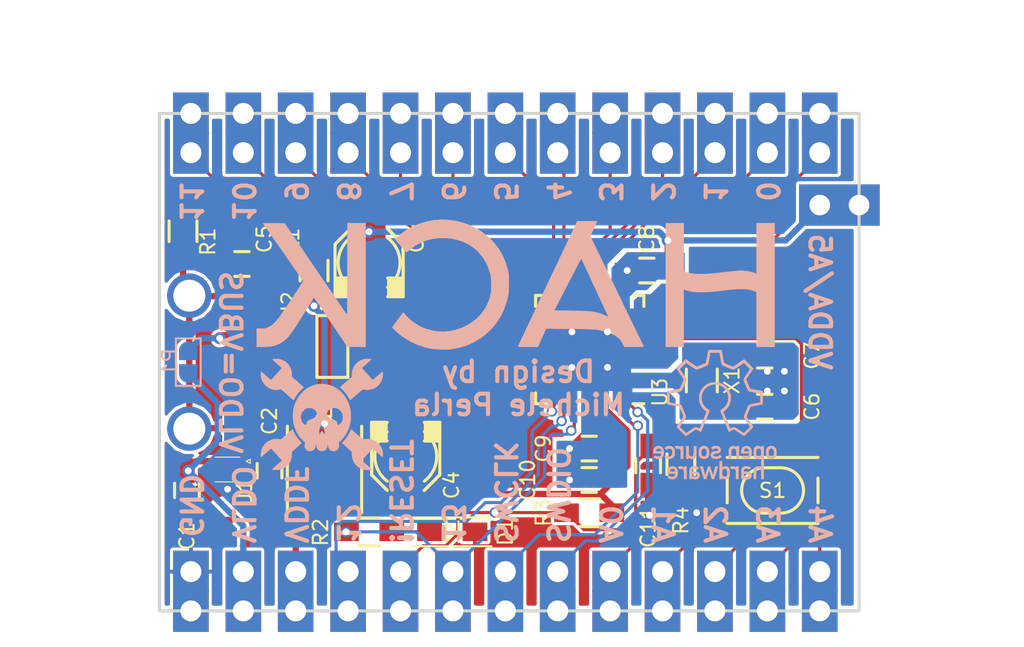
<source format=kicad_pcb>
(kicad_pcb (version 4) (host pcbnew 4.0.1-3.201512202202+6198~38~ubuntu15.04.1-stable)
  (layers (0 F.Cu signal) (31 B.Cu signal) (34 B.Paste user) (35 F.Paste user) (36 B.SilkS user) (37 F.SilkS user) (38 B.Mask user) (39 F.Mask user) (44 Edge.Cuts user))
  (net 0 "")
  (net 1 GND)
  (net 2 XIN32)
  (net 3 XOUT32)
  (net 4 !RESET)
  (net 5 "Net-(P1-Pad2)")
  (net 6 "Net-(P1-Pad3)")
  (net 7 "Net-(R4-Pad2)")
  (net 8 PA30/SWCLK)
  (net 9 PA31/SWDIO)
  (net 10 VDDF)
  (net 11 VDDANA)
  (net 12 VDD)
  (net 13 VBUS)
  (net 14 USB-D-)
  (net 15 USB-D+)
  (net 16 "Net-(D1-Pad1)")
  (net 17 VLDO)
  (net 18 PA02/A0)
  (net 19 PA03/A1)
  (net 20 PA04/A2)
  (net 21 PA05/A3)
  (net 22 PA06/A4)
  (net 23 PA07/A5)
  (net 24 PA28/13)
  (net 25 PA08/0)
  (net 26 PA09/1)
  (net 27 PA10/2)
  (net 28 PA11/3)
  (net 29 PA14/4)
  (net 30 PA15/5)
  (net 31 PA16/6)
  (net 32 PA17/7)
  (net 33 PA18/8)
  (net 34 PA19/9)
  (net 35 PA22/10)
  (net 36 PA23/11)
  (net 37 PA27/12)
  (net 38 /shield)
  (net 39 /VDDCORE)
  (module hack-footprints:Pin_Castellated_1x01 (layer B.Cu) (at 185.42 78.74)
    (fp_text reference P4 hide)
    (fp_text value CONN_01X01)
    (pad 1 thru_hole rect (at 0 0) (size 2 2) (drill 1) (layers *.Cu *.Mask) (net 11 VDDANA))
    (pad 1 thru_hole rect (at 1.905 0) (size 2 2) (drill 1) (layers *.Cu *.Mask) (net 11 VDDANA))
  )
  (module hack-footprints:c_elec_3x5.3 (layer F.Cu) (at 165.354 90.932)
    (fp_text reference C4 (at 2.2225 1.397 90) (layer F.SilkS) (effects (font (size 0.7 0.7) (thickness 0.1))))
    (fp_text value 10uF)
    (pad 1 smd rect (at 0 1.50114 270) (size 2.19964 1.6002) (layers F.Cu F.Paste F.Mask) (net 10 VDDF))
    (pad 2 smd rect (at 0 -1.50114 270) (size 2.19964 1.6002) (layers F.Cu F.Paste F.Mask) (net 1 GND))
  )
  (module hack-footprints:c_elec_3x5.3 (layer F.Cu) (at 163.576 81.534 180)
    (fp_text reference C3 (at -2.286 1.143 450) (layer F.SilkS) (effects (font (size 0.7 0.7) (thickness 0.1))))
    (fp_text value 10uF)
    (pad 1 smd rect (at 0 1.50114 90) (size 2.19964 1.6002) (layers F.Cu F.Paste F.Mask) (net 11 VDDANA))
    (pad 2 smd rect (at 0 -1.50114 90) (size 2.19964 1.6002) (layers F.Cu F.Paste F.Mask) (net 1 GND))
  )
  (module hack-footprints:TSOP-6 (layer F.Cu) (at 161.798 85.598 270)
    (fp_text reference U2 (at -1.9685 2.0955 450) (layer F.SilkS) (effects (font (size 0.7 0.7) (thickness 0.1))))
    (fp_text value STF202 hide)
    (pad 6 smd rect (at -0.95 -1.75 270) (size 0.6 1.25) (layers F.Cu F.Paste F.Mask) (net 1 GND))
    (pad 5 smd rect (at 0 -1.75 270) (size 0.6 1.25) (layers F.Cu F.Paste F.Mask) (net 14 USB-D-))
    (pad 4 smd rect (at 0.95 -1.75 270) (size 0.6 1.25) (layers F.Cu F.Paste F.Mask) (net 15 USB-D+))
    (pad 3 smd rect (at 0.95 1.75 270) (size 0.6 1.25) (layers F.Cu F.Paste F.Mask) (net 6 "Net-(P1-Pad3)"))
    (pad 2 smd rect (at 0 1.75 270) (size 0.6 1.25) (layers F.Cu F.Paste F.Mask) (net 5 "Net-(P1-Pad2)"))
    (pad 1 smd rect (at -0.95 1.75 270) (size 0.6 1.25) (layers F.Cu F.Paste F.Mask) (net 13 VBUS))
  )
  (module hack-footprints:L_0603_HandSoldering (layer F.Cu) (at 160.909 81.915 90)
    (fp_text reference L1 (at 1.4605 -1.0795 90) (layer F.SilkS) (effects (font (size 0.7 0.7) (thickness 0.1))))
    (fp_text value BLM18EG221)
    (pad 1 smd rect (at -1.1 0 90) (size 1.2 0.9) (layers F.Cu F.Paste F.Mask) (net 12 VDD))
    (pad 2 smd rect (at 1.1 0 90) (size 1.2 0.9) (layers F.Cu F.Paste F.Mask) (net 11 VDDANA))
  )
  (module hack-footprints:FIDUCIAL (layer F.Cu) (at 182.753 78.867)
    (fp_text reference FID3 hide)
    (fp_text value FIDUCIAL)
    (pad 1 smd circle (at 0 0) (size 0.5 0.5) (layers F.Cu F.Mask) (clearance 1))
  )
  (module hack-footprints:QFN-32-1EP_5x5mm_Pitch0.5mm (layer F.Cu) (at 174.2705 85.7515 180)
    (fp_text reference U3 (at -3.4025 -2.069 270) (layer F.SilkS) (effects (font (size 0.7 0.7) (thickness 0.1))))
    (fp_text value ATSAMD21E)
    (pad 1 smd rect (at -2.4 -1.75 180) (size 0.7 0.25) (layers F.Cu F.Paste F.Mask) (net 2 XIN32))
    (pad 2 smd rect (at -2.4 -1.25 180) (size 0.7 0.25) (layers F.Cu F.Paste F.Mask) (net 3 XOUT32))
    (pad 3 smd rect (at -2.4 -0.75 180) (size 0.7 0.25) (layers F.Cu F.Paste F.Mask) (net 18 PA02/A0))
    (pad 4 smd rect (at -2.4 -0.25 180) (size 0.7 0.25) (layers F.Cu F.Paste F.Mask) (net 19 PA03/A1))
    (pad 5 smd rect (at -2.4 0.25 180) (size 0.7 0.25) (layers F.Cu F.Paste F.Mask) (net 20 PA04/A2))
    (pad 6 smd rect (at -2.4 0.75 180) (size 0.7 0.25) (layers F.Cu F.Paste F.Mask) (net 21 PA05/A3))
    (pad 7 smd rect (at -2.4 1.25 180) (size 0.7 0.25) (layers F.Cu F.Paste F.Mask) (net 22 PA06/A4))
    (pad 8 smd rect (at -2.4 1.75 180) (size 0.7 0.25) (layers F.Cu F.Paste F.Mask) (net 23 PA07/A5))
    (pad 9 smd rect (at -1.75 2.4 270) (size 0.7 0.25) (layers F.Cu F.Paste F.Mask) (net 11 VDDANA))
    (pad 10 smd rect (at -1.25 2.4 270) (size 0.7 0.25) (layers F.Cu F.Paste F.Mask) (net 1 GND))
    (pad 11 smd rect (at -0.75 2.4 270) (size 0.7 0.25) (layers F.Cu F.Paste F.Mask) (net 25 PA08/0))
    (pad 12 smd rect (at -0.25 2.4 270) (size 0.7 0.25) (layers F.Cu F.Paste F.Mask) (net 26 PA09/1))
    (pad 13 smd rect (at 0.25 2.4 270) (size 0.7 0.25) (layers F.Cu F.Paste F.Mask) (net 27 PA10/2))
    (pad 14 smd rect (at 0.75 2.4 270) (size 0.7 0.25) (layers F.Cu F.Paste F.Mask) (net 28 PA11/3))
    (pad 15 smd rect (at 1.25 2.4 270) (size 0.7 0.25) (layers F.Cu F.Paste F.Mask) (net 29 PA14/4))
    (pad 16 smd rect (at 1.75 2.4 270) (size 0.7 0.25) (layers F.Cu F.Paste F.Mask) (net 30 PA15/5))
    (pad 17 smd rect (at 2.4 1.75 180) (size 0.7 0.25) (layers F.Cu F.Paste F.Mask) (net 31 PA16/6))
    (pad 18 smd rect (at 2.4 1.25 180) (size 0.7 0.25) (layers F.Cu F.Paste F.Mask) (net 32 PA17/7))
    (pad 19 smd rect (at 2.4 0.75 180) (size 0.7 0.25) (layers F.Cu F.Paste F.Mask) (net 33 PA18/8))
    (pad 20 smd rect (at 2.4 0.25 180) (size 0.7 0.25) (layers F.Cu F.Paste F.Mask) (net 34 PA19/9))
    (pad 21 smd rect (at 2.4 -0.25 180) (size 0.7 0.25) (layers F.Cu F.Paste F.Mask) (net 35 PA22/10))
    (pad 22 smd rect (at 2.4 -0.75 180) (size 0.7 0.25) (layers F.Cu F.Paste F.Mask) (net 36 PA23/11))
    (pad 23 smd rect (at 2.4 -1.25 180) (size 0.7 0.25) (layers F.Cu F.Paste F.Mask) (net 14 USB-D-))
    (pad 24 smd rect (at 2.4 -1.75 180) (size 0.7 0.25) (layers F.Cu F.Paste F.Mask) (net 15 USB-D+))
    (pad 25 smd rect (at 1.75 -2.4 270) (size 0.7 0.25) (layers F.Cu F.Paste F.Mask) (net 37 PA27/12))
    (pad 26 smd rect (at 1.25 -2.4 270) (size 0.7 0.25) (layers F.Cu F.Paste F.Mask) (net 4 !RESET))
    (pad 27 smd rect (at 0.75 -2.4 270) (size 0.7 0.25) (layers F.Cu F.Paste F.Mask) (net 24 PA28/13))
    (pad 28 smd rect (at 0.25 -2.4 270) (size 0.7 0.25) (layers F.Cu F.Paste F.Mask) (net 1 GND))
    (pad 29 smd rect (at -0.25 -2.4 270) (size 0.7 0.25) (layers F.Cu F.Paste F.Mask) (net 39 /VDDCORE))
    (pad 30 smd rect (at -0.75 -2.4 270) (size 0.7 0.25) (layers F.Cu F.Paste F.Mask) (net 10 VDDF))
    (pad 31 smd rect (at -1.25 -2.4 270) (size 0.7 0.25) (layers F.Cu F.Paste F.Mask) (net 8 PA30/SWCLK))
    (pad 32 smd rect (at -1.75 -2.4 270) (size 0.7 0.25) (layers F.Cu F.Paste F.Mask) (net 9 PA31/SWDIO))
    (pad 33 smd rect (at 0.8625 0.8625 180) (size 1.725 1.725) (layers F.Cu F.Paste F.Mask) (net 1 GND))
    (pad 33 smd rect (at 0.8625 -0.8625 180) (size 1.725 1.725) (layers F.Cu F.Paste F.Mask) (net 1 GND))
    (pad 33 smd rect (at -0.8625 0.8625 180) (size 1.725 1.725) (layers F.Cu F.Paste F.Mask) (net 1 GND))
    (pad 33 smd rect (at -0.8625 -0.8625 180) (size 1.725 1.725) (layers F.Cu F.Paste F.Mask) (net 1 GND))
  )
  (module hack-footprints:C_0603_HandSoldering (layer F.Cu) (at 174.244 90.551 180)
    (fp_text reference C9 (at 2.2225 0 270) (layer F.SilkS) (effects (font (size 0.7 0.7) (thickness 0.1))))
    (fp_text value 100nF)
    (pad 1 smd rect (at -0.95 0 180) (size 1.2 0.75) (layers F.Cu F.Paste F.Mask) (net 39 /VDDCORE))
    (pad 2 smd rect (at 0.95 0 180) (size 1.2 0.75) (layers F.Cu F.Paste F.Mask) (net 1 GND))
  )
  (module hack-footprints:C_0603_HandSoldering (layer F.Cu) (at 157.414 81.5975 180)
    (fp_text reference C5 (at -1.082 1.2065 270) (layer F.SilkS) (effects (font (size 0.7 0.7) (thickness 0.1))))
    (fp_text value 4.7nF)
    (pad 1 smd rect (at -0.95 0 180) (size 1.2 0.75) (layers F.Cu F.Paste F.Mask) (net 1 GND))
    (pad 2 smd rect (at 0.95 0 180) (size 1.2 0.75) (layers F.Cu F.Paste F.Mask) (net 38 /shield))
  )
  (module hack-footprints:C_0603_HandSoldering (layer F.Cu) (at 182.753 88.519)
    (fp_text reference C6 (at 2.286 0 90) (layer F.SilkS) (effects (font (size 0.7 0.7) (thickness 0.1))))
    (fp_text value 10pF)
    (pad 1 smd rect (at -0.95 0) (size 1.2 0.75) (layers F.Cu F.Paste F.Mask) (net 2 XIN32))
    (pad 2 smd rect (at 0.95 0) (size 1.2 0.75) (layers F.Cu F.Paste F.Mask) (net 1 GND))
  )
  (module hack-footprints:C_0603_HandSoldering (layer F.Cu) (at 182.753 86.0425)
    (fp_text reference C7 (at 2.286 0 90) (layer F.SilkS) (effects (font (size 0.7 0.7) (thickness 0.1))))
    (fp_text value 10pF)
    (pad 1 smd rect (at -0.95 0) (size 1.2 0.75) (layers F.Cu F.Paste F.Mask) (net 3 XOUT32))
    (pad 2 smd rect (at 0.95 0) (size 1.2 0.75) (layers F.Cu F.Paste F.Mask) (net 1 GND))
  )
  (module hack-footprints:C_0603_HandSoldering (layer F.Cu) (at 177.038 81.915 180)
    (fp_text reference C8 (at 0 1.524 270) (layer F.SilkS) (effects (font (size 0.7 0.7) (thickness 0.1))))
    (fp_text value 100nF)
    (pad 1 smd rect (at -0.95 0 180) (size 1.2 0.75) (layers F.Cu F.Paste F.Mask) (net 11 VDDANA))
    (pad 2 smd rect (at 0.95 0 180) (size 1.2 0.75) (layers F.Cu F.Paste F.Mask) (net 1 GND))
  )
  (module hack-footprints:C_0603_HandSoldering (layer F.Cu) (at 174.244 92.075 180)
    (fp_text reference C10 (at 2.9845 0 450) (layer F.SilkS) (effects (font (size 0.7 0.7) (thickness 0.1))))
    (fp_text value 100nF)
    (pad 1 smd rect (at -0.95 0 180) (size 1.2 0.75) (layers F.Cu F.Paste F.Mask) (net 10 VDDF))
    (pad 2 smd rect (at 0.95 0 180) (size 1.2 0.75) (layers F.Cu F.Paste F.Mask) (net 1 GND))
  )
  (module hack-footprints:C_0603_HandSoldering (layer F.Cu) (at 177.1015 91.3765 270)
    (fp_text reference C11 (at 2.9845 0 270) (layer F.SilkS) (effects (font (size 0.7 0.7) (thickness 0.1))))
    (fp_text value 100nF)
    (pad 1 smd rect (at -0.95 0 270) (size 1.2 0.75) (layers F.Cu F.Paste F.Mask) (net 4 !RESET))
    (pad 2 smd rect (at 0.95 0 270) (size 1.2 0.75) (layers F.Cu F.Paste F.Mask) (net 1 GND))
  )
  (module hack-footprints:C_0603_HandSoldering (layer F.Cu) (at 158.75 91.628 270)
    (fp_text reference C2 (at -2.4105 0 450) (layer F.SilkS) (effects (font (size 0.7 0.7) (thickness 0.1))))
    (fp_text value 2.2uF)
    (pad 1 smd rect (at -0.95 0 270) (size 1.2 0.75) (layers F.Cu F.Paste F.Mask) (net 12 VDD))
    (pad 2 smd rect (at 0.95 0 270) (size 1.2 0.75) (layers F.Cu F.Paste F.Mask) (net 1 GND))
  )
  (module hack-footprints:C_0603_HandSoldering (layer F.Cu) (at 154.7495 92.583 270)
    (fp_text reference C1 (at 2.2225 0 450) (layer F.SilkS) (effects (font (size 0.7 0.7) (thickness 0.1))))
    (fp_text value 2.2uF)
    (pad 1 smd rect (at -0.95 0 270) (size 1.2 0.75) (layers F.Cu F.Paste F.Mask) (net 17 VLDO))
    (pad 2 smd rect (at 0.95 0 270) (size 1.2 0.75) (layers F.Cu F.Paste F.Mask) (net 1 GND))
  )
  (module hack-footprints:LED_0603_HandSoldering (layer F.Cu) (at 167.6068 94.5896)
    (fp_text reference D1 (at 2.5732 0 90) (layer F.SilkS) (effects (font (size 0.7 0.7) (thickness 0.1))))
    (fp_text value RED)
    (pad 1 smd rect (at -1.1 0) (size 1.2 0.9) (layers F.Cu F.Paste F.Mask) (net 16 "Net-(D1-Pad1)"))
    (pad 2 smd rect (at 1.1 0) (size 1.2 0.9) (layers F.Cu F.Paste F.Mask) (net 1 GND))
  )
  (module hack-footprints:DFN-6-1EP_1.2x1.2mm_Pitch0.4mm (layer F.Cu) (at 156.718 91.567 90)
    (fp_text reference U1 (at -1.143 0.8255 90) (layer F.SilkS) (effects (font (size 0.7 0.7) (thickness 0.1))))
    (fp_text value MIC5528)
    (pad 3 smd rect (at -0.4 0.525 180) (size 0.35 0.18) (layers F.Cu F.Paste F.Mask) (net 1 GND) (clearance 0.0762))
    (pad 2 smd rect (at 0 0.525 180) (size 0.35 0.18) (layers F.Cu F.Paste F.Mask) (net 12 VDD) (clearance 0.0762))
    (pad 1 smd rect (at 0.4 0.525 180) (size 0.35 0.18) (layers F.Cu F.Paste F.Mask) (net 12 VDD) (clearance 0.0762))
    (pad 6 smd rect (at 0.4 -0.525 180) (size 0.35 0.18) (layers F.Cu F.Paste F.Mask) (net 17 VLDO) (clearance 0.0762))
    (pad 5 smd rect (at 0 -0.525 180) (size 0.35 0.18) (layers F.Cu F.Paste F.Mask) (clearance 0.0762))
    (pad 4 smd rect (at -0.4 -0.525 180) (size 0.35 0.18) (layers F.Cu F.Paste F.Mask) (clearance 0.0762))
    (pad 7 smd rect (at 0 0 180) (size 0.3 1.5) (layers F.Cu F.Paste F.Mask) (net 1 GND) (clearance 0.0762))
  )
  (module hack-footprints:FIDUCIAL (layer F.Cu) (at 156.718 94.107)
    (fp_text reference FID1 hide)
    (fp_text value FIDUCIAL)
    (pad 1 smd circle (at 0 0) (size 0.5 0.5) (layers F.Cu F.Paste F.Mask) (clearance 1))
  )
  (module hack-footprints:FIDUCIAL (layer F.Cu) (at 156.718 78.867)
    (fp_text reference FID2 hide)
    (fp_text value FIDUCIAL)
    (pad 1 smd circle (at 0 0) (size 0.5 0.5) (layers F.Cu F.Paste F.Mask) (clearance 1))
  )
  (module hack-footprints:OSHW-LOGO (layer B.Cu) (at 180.34 88.9 180)
    (fp_text reference LOGO1 hide)
    (fp_text value OSHW hide)
  )
  (module hack-footprints:HACKADAY-LOGO (layer B.Cu) (at 161.29 88.9 180)
    (fp_text reference LOGO2 hide)
    (fp_text value HACKADAY hide)
  )
  (module hack-footprints:xtal_3.2x1.5mm (layer F.Cu) (at 179.705 87.249 180)
    (fp_text reference X1 (at -1.4605 0 270) (layer F.SilkS) (effects (font (size 0.7 0.7) (thickness 0.1))))
    (fp_text value ABS07)
    (pad 1 smd rect (at 0 -1.25 180) (size 1.9 1.1) (layers F.Cu F.Paste F.Mask) (net 2 XIN32) (clearance 0.0762))
    (pad 2 smd rect (at 0 1.25 180) (size 1.9 1.1) (layers F.Cu F.Paste F.Mask) (net 3 XOUT32) (clearance 0.0762))
  )
  (module hack-footprints:HACK-LOGO (layer B.Cu) (at 170.815 82.55 180)
    (fp_text reference LOGO3 hide)
    (fp_text value HACK hide)
  )
  (module hack-footprints:SPST-PTS_810 (layer F.Cu) (at 183.134 92.583 90)
    (fp_text reference S1 (at 0 0 180) (layer F.SilkS) (effects (font (size 0.7 0.7) (thickness 0.1))))
    (fp_text value RST)
    (pad 1 smd rect (at -1.075 -2.6 180) (size 1.05 0.65) (layers F.Cu F.Paste F.Mask) (net 1 GND) (clearance 0.0762))
    (pad 2 smd rect (at -1.075 2.6 180) (size 1.05 0.65) (layers F.Cu F.Paste F.Mask) (clearance 0.0762))
    (pad 4 smd rect (at 1.075 2.6 180) (size 1.05 0.65) (layers F.Cu F.Paste F.Mask) (clearance 0.0762))
    (pad 3 smd rect (at 1.075 -2.6 180) (size 1.05 0.65) (layers F.Cu F.Paste F.Mask) (net 7 "Net-(R4-Pad2)") (clearance 0.0762))
  )
  (module hack-footprints:SMD_Jumper (layer B.Cu) (at 154.813 86.36 270)
    (fp_text reference JP1 hide)
    (fp_text value Jumper_NO_Small)
    (pad 2 smd circle (at 0.55 0 270) (size 0.9 0.9) (layers B.Cu B.Paste B.Mask) (net 17 VLDO))
    (pad 1 smd rect (at -0.3 0 270) (size 0.4 0.9) (layers B.Cu B.Paste B.Mask) (net 13 VBUS))
    (pad 2 smd rect (at 0.3 0 270) (size 0.4 0.9) (layers B.Cu B.Paste B.Mask) (net 17 VLDO))
    (pad 1 smd circle (at -0.55 0 270) (size 0.9 0.9) (layers B.Cu B.Paste B.Mask) (net 13 VBUS))
  )
  (module hack-footprints:Pin_Castellated_1x13 (layer B.Cu) (at 154.94 96.52 270)
    (fp_text reference P2 hide)
    (fp_text value CONN_01X13)
    (pad 13 thru_hole rect (at 1.905 -30.48 270) (size 2.032 1.7272) (drill 1.016) (layers *.Cu *.Mask) (net 22 PA06/A4))
    (pad 12 thru_hole rect (at 1.905 -27.94 270) (size 2.032 1.7272) (drill 1.016) (layers *.Cu *.Mask) (net 21 PA05/A3))
    (pad 11 thru_hole rect (at 1.905 -25.4 270) (size 2.032 1.7272) (drill 1.016) (layers *.Cu *.Mask) (net 20 PA04/A2))
    (pad 10 thru_hole rect (at 1.905 -22.86 270) (size 2.032 1.7272) (drill 1.016) (layers *.Cu *.Mask) (net 19 PA03/A1))
    (pad 9 thru_hole rect (at 1.905 -20.32 270) (size 2.032 1.7272) (drill 1.016) (layers *.Cu *.Mask) (net 18 PA02/A0))
    (pad 8 thru_hole rect (at 1.905 -17.78 270) (size 2.032 1.7272) (drill 1.016) (layers *.Cu *.Mask) (net 9 PA31/SWDIO))
    (pad 7 thru_hole rect (at 1.905 -15.24 270) (size 2.032 1.7272) (drill 1.016) (layers *.Cu *.Mask) (net 8 PA30/SWCLK))
    (pad 6 thru_hole rect (at 1.905 -12.7 270) (size 2.032 1.7272) (drill 1.016) (layers *.Cu *.Mask) (net 24 PA28/13))
    (pad 5 thru_hole rect (at 1.905 -10.16 270) (size 2.032 1.7272) (drill 1.016) (layers *.Cu *.Mask) (net 4 !RESET))
    (pad 4 thru_hole rect (at 1.905 -7.62 270) (size 2.032 1.7272) (drill 1.016) (layers *.Cu *.Mask) (net 37 PA27/12))
    (pad 3 thru_hole rect (at 1.905 -5.08 270) (size 2.032 1.7272) (drill 1.016) (layers *.Cu *.Mask) (net 10 VDDF))
    (pad 2 thru_hole rect (at 1.905 -2.54 270) (size 2.032 1.7272) (drill 1.016) (layers *.Cu *.Mask) (net 17 VLDO))
    (pad 1 thru_hole rect (at 1.905 0 270) (size 2.032 1.7272) (drill 1.016) (layers *.Cu *.Mask) (net 1 GND))
    (pad 1 thru_hole rect (at 0 0 270) (size 2.032 1.7272) (drill 1.016) (layers *.Cu *.Mask) (net 1 GND))
    (pad 2 thru_hole rect (at 0 -2.54 270) (size 2.032 1.7272) (drill 1.016) (layers *.Cu *.Mask) (net 17 VLDO))
    (pad 3 thru_hole rect (at 0 -5.08 270) (size 2.032 1.7272) (drill 1.016) (layers *.Cu *.Mask) (net 10 VDDF))
    (pad 4 thru_hole rect (at 0 -7.62 270) (size 2.032 1.7272) (drill 1.016) (layers *.Cu *.Mask) (net 37 PA27/12))
    (pad 5 thru_hole rect (at 0 -10.16 270) (size 2.032 1.7272) (drill 1.016) (layers *.Cu *.Mask) (net 4 !RESET))
    (pad 6 thru_hole rect (at 0 -12.7 270) (size 2.032 1.7272) (drill 1.016) (layers *.Cu *.Mask) (net 24 PA28/13))
    (pad 7 thru_hole rect (at 0 -15.24 270) (size 2.032 1.7272) (drill 1.016) (layers *.Cu *.Mask) (net 8 PA30/SWCLK))
    (pad 8 thru_hole rect (at 0 -17.78 270) (size 2.032 1.7272) (drill 1.016) (layers *.Cu *.Mask) (net 9 PA31/SWDIO))
    (pad 9 thru_hole rect (at 0 -20.32 270) (size 2.032 1.7272) (drill 1.016) (layers *.Cu *.Mask) (net 18 PA02/A0))
    (pad 10 thru_hole rect (at 0 -22.86 270) (size 2.032 1.7272) (drill 1.016) (layers *.Cu *.Mask) (net 19 PA03/A1))
    (pad 11 thru_hole rect (at 0 -25.4 270) (size 2.032 1.7272) (drill 1.016) (layers *.Cu *.Mask) (net 20 PA04/A2))
    (pad 12 thru_hole rect (at 0 -27.94 270) (size 2.032 1.7272) (drill 1.016) (layers *.Cu *.Mask) (net 21 PA05/A3))
    (pad 13 thru_hole rect (at 0 -30.48 270) (size 2.032 1.7272) (drill 1.016) (layers *.Cu *.Mask) (net 22 PA06/A4))
  )
  (module hack-footprints:Pin_Castellated_1x13 (layer B.Cu) (at 185.42 76.2 90)
    (fp_text reference P3 hide)
    (fp_text value CONN_01X13)
    (pad 13 thru_hole rect (at 1.905 -30.48 90) (size 2.032 1.7272) (drill 1.016) (layers *.Cu *.Mask) (net 36 PA23/11))
    (pad 12 thru_hole rect (at 1.905 -27.94 90) (size 2.032 1.7272) (drill 1.016) (layers *.Cu *.Mask) (net 35 PA22/10))
    (pad 11 thru_hole rect (at 1.905 -25.4 90) (size 2.032 1.7272) (drill 1.016) (layers *.Cu *.Mask) (net 34 PA19/9))
    (pad 10 thru_hole rect (at 1.905 -22.86 90) (size 2.032 1.7272) (drill 1.016) (layers *.Cu *.Mask) (net 33 PA18/8))
    (pad 9 thru_hole rect (at 1.905 -20.32 90) (size 2.032 1.7272) (drill 1.016) (layers *.Cu *.Mask) (net 32 PA17/7))
    (pad 8 thru_hole rect (at 1.905 -17.78 90) (size 2.032 1.7272) (drill 1.016) (layers *.Cu *.Mask) (net 31 PA16/6))
    (pad 7 thru_hole rect (at 1.905 -15.24 90) (size 2.032 1.7272) (drill 1.016) (layers *.Cu *.Mask) (net 30 PA15/5))
    (pad 6 thru_hole rect (at 1.905 -12.7 90) (size 2.032 1.7272) (drill 1.016) (layers *.Cu *.Mask) (net 29 PA14/4))
    (pad 5 thru_hole rect (at 1.905 -10.16 90) (size 2.032 1.7272) (drill 1.016) (layers *.Cu *.Mask) (net 28 PA11/3))
    (pad 4 thru_hole rect (at 1.905 -7.62 90) (size 2.032 1.7272) (drill 1.016) (layers *.Cu *.Mask) (net 27 PA10/2))
    (pad 3 thru_hole rect (at 1.905 -5.08 90) (size 2.032 1.7272) (drill 1.016) (layers *.Cu *.Mask) (net 26 PA09/1))
    (pad 2 thru_hole rect (at 1.905 -2.54 90) (size 2.032 1.7272) (drill 1.016) (layers *.Cu *.Mask) (net 25 PA08/0))
    (pad 1 thru_hole rect (at 1.905 0 90) (size 2.032 1.7272) (drill 1.016) (layers *.Cu *.Mask) (net 23 PA07/A5))
    (pad 1 thru_hole rect (at 0 0 90) (size 2.032 1.7272) (drill 1.016) (layers *.Cu *.Mask) (net 23 PA07/A5))
    (pad 2 thru_hole rect (at 0 -2.54 90) (size 2.032 1.7272) (drill 1.016) (layers *.Cu *.Mask) (net 25 PA08/0))
    (pad 3 thru_hole rect (at 0 -5.08 90) (size 2.032 1.7272) (drill 1.016) (layers *.Cu *.Mask) (net 26 PA09/1))
    (pad 4 thru_hole rect (at 0 -7.62 90) (size 2.032 1.7272) (drill 1.016) (layers *.Cu *.Mask) (net 27 PA10/2))
    (pad 5 thru_hole rect (at 0 -10.16 90) (size 2.032 1.7272) (drill 1.016) (layers *.Cu *.Mask) (net 28 PA11/3))
    (pad 6 thru_hole rect (at 0 -12.7 90) (size 2.032 1.7272) (drill 1.016) (layers *.Cu *.Mask) (net 29 PA14/4))
    (pad 7 thru_hole rect (at 0 -15.24 90) (size 2.032 1.7272) (drill 1.016) (layers *.Cu *.Mask) (net 30 PA15/5))
    (pad 8 thru_hole rect (at 0 -17.78 90) (size 2.032 1.7272) (drill 1.016) (layers *.Cu *.Mask) (net 31 PA16/6))
    (pad 9 thru_hole rect (at 0 -20.32 90) (size 2.032 1.7272) (drill 1.016) (layers *.Cu *.Mask) (net 32 PA17/7))
    (pad 10 thru_hole rect (at 0 -22.86 90) (size 2.032 1.7272) (drill 1.016) (layers *.Cu *.Mask) (net 33 PA18/8))
    (pad 11 thru_hole rect (at 0 -25.4 90) (size 2.032 1.7272) (drill 1.016) (layers *.Cu *.Mask) (net 34 PA19/9))
    (pad 12 thru_hole rect (at 0 -27.94 90) (size 2.032 1.7272) (drill 1.016) (layers *.Cu *.Mask) (net 35 PA22/10))
    (pad 13 thru_hole rect (at 0 -30.48 90) (size 2.032 1.7272) (drill 1.016) (layers *.Cu *.Mask) (net 36 PA23/11))
  )
  (module hack-footprints:ST-USB-001G (layer F.Cu) (at 154.8638 86.36)
    (fp_text reference P1 (at -0.9398 0 270) (layer B.SilkS) (effects (font (size 0.7 0.7) (thickness 0.1)) (justify mirror)))
    (fp_text value USB_micro)
    (pad 1 smd rect (at 2.675 -1.3) (size 1.35 0.4) (layers F.Cu F.Paste F.Mask) (net 13 VBUS))
    (pad 2 smd rect (at 2.675 -0.65) (size 1.35 0.4) (layers F.Cu F.Paste F.Mask) (net 5 "Net-(P1-Pad2)"))
    (pad 3 smd rect (at 2.675 0) (size 1.35 0.4) (layers F.Cu F.Paste F.Mask) (net 6 "Net-(P1-Pad3)"))
    (pad 4 smd rect (at 2.675 0.65) (size 1.35 0.4) (layers F.Cu F.Paste F.Mask))
    (pad 5 smd rect (at 2.675 1.3) (size 1.35 0.4) (layers F.Cu F.Paste F.Mask) (net 1 GND))
    (pad 6 thru_hole circle (at 0 -3.225) (size 2.15 2.15) (drill 1.55) (layers *.Cu *.Mask) (net 38 /shield))
    (pad 6 thru_hole circle (at 0 3.225) (size 2.15 2.15) (drill 1.55) (layers *.Cu *.Mask) (net 38 /shield))
    (pad 6 smd rect (at 2.25 3.2) (size 1 1.35) (layers F.Cu F.Paste F.Mask) (net 38 /shield))
    (pad 6 smd rect (at 2.25 -3.2) (size 1 1.35) (layers F.Cu F.Paste F.Mask) (net 38 /shield))
  )
  (module hack-footprints:R_0603_HandSoldering (layer F.Cu) (at 154.559 80.01 270)
    (fp_text reference R1 (at 0.508 -1.2065 270) (layer F.SilkS) (effects (font (size 0.7 0.7) (thickness 0.1))))
    (fp_text value 1M)
    (pad 1 smd rect (at -1.1 0 270) (size 1.2 0.9) (layers F.Cu F.Paste F.Mask) (net 1 GND))
    (pad 2 smd rect (at 1.1 0 270) (size 1.2 0.9) (layers F.Cu F.Paste F.Mask) (net 38 /shield))
  )
  (module hack-footprints:R_0603_HandSoldering (layer F.Cu) (at 163.576 94.5896)
    (fp_text reference R2 (at -2.3495 0.0254 90) (layer F.SilkS) (effects (font (size 0.7 0.7) (thickness 0.1))))
    (fp_text value 330)
    (pad 1 smd rect (at -1.1 0) (size 1.2 0.9) (layers F.Cu F.Paste F.Mask) (net 24 PA28/13))
    (pad 2 smd rect (at 1.1 0) (size 1.2 0.9) (layers F.Cu F.Paste F.Mask) (net 16 "Net-(D1-Pad1)"))
  )
  (module hack-footprints:R_0603_HandSoldering (layer F.Cu) (at 174.244 93.6625)
    (fp_text reference R3 (at -2.2225 0 90) (layer F.SilkS) (effects (font (size 0.7 0.7) (thickness 0.1))))
    (fp_text value 10k)
    (pad 1 smd rect (at -1.1 0) (size 1.2 0.9) (layers F.Cu F.Paste F.Mask) (net 4 !RESET))
    (pad 2 smd rect (at 1.1 0) (size 1.2 0.9) (layers F.Cu F.Paste F.Mask) (net 10 VDDF))
  )
  (module hack-footprints:R_0603_HandSoldering (layer F.Cu) (at 178.689 91.313 270)
    (fp_text reference R4 (at 2.7305 0 270) (layer F.SilkS) (effects (font (size 0.7 0.7) (thickness 0.1))))
    (fp_text value 330)
    (pad 1 smd rect (at -1.1 0 270) (size 1.2 0.9) (layers F.Cu F.Paste F.Mask) (net 4 !RESET))
    (pad 2 smd rect (at 1.1 0 270) (size 1.2 0.9) (layers F.Cu F.Paste F.Mask) (net 7 "Net-(R4-Pad2)"))
  )
  (module hack-footprints:ELLVFG (layer F.Cu) (at 161.417 91.567 270)
    (fp_text reference L2 (at -3.048 0 450) (layer F.SilkS) (effects (font (size 0.7 0.7) (thickness 0.1))))
    (fp_text value 10uH hide)
    (pad 1 smd trapezoid (at -1.2 0 270) (size 1.8 3.2) (layers F.Cu F.Paste F.Mask) (net 12 VDD))
    (pad 2 smd trapezoid (at 1.2 0 270) (size 1.8 3.2) (layers F.Cu F.Paste F.Mask) (net 10 VDDF))
  )
  (gr_text VDDA/A5 (at 185.42 80.01 270) (layer B.SilkS) (effects (font (size 1 1) (thickness 0.2)) (justify right mirror)))
  (gr_text 0 (at 182.88 77.47 270) (layer B.SilkS) (effects (font (size 1 1) (thickness 0.2)) (justify right mirror)))
  (gr_text 1 (at 180.34 77.47 270) (layer B.SilkS) (effects (font (size 1 1) (thickness 0.2)) (justify right mirror)))
  (gr_text 2 (at 177.8 77.47 270) (layer B.SilkS) (effects (font (size 1 1) (thickness 0.2)) (justify right mirror)))
  (gr_text 3 (at 175.26 77.47 270) (layer B.SilkS) (effects (font (size 1 1) (thickness 0.2)) (justify right mirror)))
  (gr_text 4 (at 172.72 77.47 270) (layer B.SilkS) (effects (font (size 1 1) (thickness 0.2)) (justify right mirror)))
  (gr_text 5 (at 170.18 77.47 270) (layer B.SilkS) (effects (font (size 1 1) (thickness 0.2)) (justify right mirror)))
  (gr_text 6 (at 167.64 77.47 270) (layer B.SilkS) (effects (font (size 1 1) (thickness 0.2)) (justify right mirror)))
  (gr_text 7 (at 165.1 77.47 270) (layer B.SilkS) (effects (font (size 1 1) (thickness 0.2)) (justify right mirror)))
  (gr_text 8 (at 162.56 77.47 270) (layer B.SilkS) (effects (font (size 1 1) (thickness 0.2)) (justify right mirror)))
  (gr_text 9 (at 160.02 77.47 270) (layer B.SilkS) (effects (font (size 1 1) (thickness 0.2)) (justify right mirror)))
  (gr_text 10 (at 157.48 77.47 270) (layer B.SilkS) (effects (font (size 1 1) (thickness 0.2)) (justify right mirror)))
  (gr_text 11 (at 154.94 77.47 270) (layer B.SilkS) (effects (font (size 1 1) (thickness 0.2)) (justify right mirror)))
  (gr_text A4 (at 185.42 95.25 270) (layer B.SilkS) (effects (font (size 1 1) (thickness 0.2)) (justify left mirror)))
  (gr_text A3 (at 182.88 95.25 270) (layer B.SilkS) (effects (font (size 1 1) (thickness 0.2)) (justify left mirror)))
  (gr_text A2 (at 180.34 95.25 270) (layer B.SilkS) (effects (font (size 1 1) (thickness 0.2)) (justify left mirror)))
  (gr_text A1 (at 177.8 95.25 270) (layer B.SilkS) (effects (font (size 1 1) (thickness 0.2)) (justify left mirror)))
  (gr_text A0 (at 175.26 95.25 270) (layer B.SilkS) (effects (font (size 1 1) (thickness 0.2)) (justify left mirror)))
  (gr_text SWDIO (at 172.72 95.25 270) (layer B.SilkS) (effects (font (size 1 1) (thickness 0.2)) (justify left mirror)))
  (gr_text SWCLK (at 170.18 95.25 270) (layer B.SilkS) (effects (font (size 1 1) (thickness 0.2)) (justify left mirror)))
  (gr_text 13 (at 167.64 95.25 270) (layer B.SilkS) (effects (font (size 1 1) (thickness 0.2)) (justify left mirror)))
  (gr_text !RESET (at 165.1 95.25 270) (layer B.SilkS) (effects (font (size 1 1) (thickness 0.2)) (justify left mirror)))
  (gr_text 12 (at 162.56 95.25 270) (layer B.SilkS) (effects (font (size 1 1) (thickness 0.2)) (justify left mirror)))
  (gr_text VDDF (at 160.02 95.25 270) (layer B.SilkS) (effects (font (size 1 1) (thickness 0.2)) (justify left mirror)))
  (gr_text VLDO (at 157.48 95.25 270) (layer B.SilkS) (effects (font (size 1 1) (thickness 0.2)) (justify left mirror)))
  (gr_text GND (at 154.94 94.97 270) (layer B.SilkS) (effects (font (size 1 1) (thickness 0.2)) (justify left mirror)))
  (gr_text "Design by\nMichele Perla" (at 170.815 87.63) (layer B.SilkS) (effects (font (size 1 1) (thickness 0.2)) (justify mirror)))
  (gr_line (start 153.416 98.425) (end 153.416 74.295) (layer Edge.Cuts) (width 0.15))
  (gr_line (start 187.325 98.425) (end 153.416 98.425) (layer Edge.Cuts) (width 0.15))
  (gr_line (start 187.325 74.295) (end 187.325 98.425) (layer Edge.Cuts) (width 0.15))
  (gr_line (start 153.416 74.295) (end 187.325 74.295) (layer Edge.Cuts) (width 0.15))
  (gr_text VLDO=VBUS (at 156.845 86.36 270) (layer B.SilkS) (effects (font (size 1 1) (thickness 0.2)) (justify mirror)))
  (segment (start 154.94 98.425) (end 154.94 96.52) (width 0.3048) (layer B.Cu) (net 1))
  (segment (start 180.534 93.658) (end 179.4555 93.658) (width 0.3048) (layer F.Cu) (net 1))
  (segment (start 179.4555 93.658) (end 179.451 93.6625) (width 0.3048) (layer F.Cu) (net 1))
  (via (at 179.451 93.6625) (size 0.5842) (drill 0.3302) (layers F.Cu B.Cu) (net 1))
  (segment (start 177.1015 92.3265) (end 177.1015 93.726) (width 0.3048) (layer F.Cu) (net 1))
  (segment (start 177.1015 93.726) (end 177.165 93.7895) (width 0.3048) (layer F.Cu) (net 1))
  (via (at 177.165 93.7895) (size 0.5842) (drill 0.3302) (layers F.Cu B.Cu) (net 1))
  (via (at 173.294 92.075) (size 0.5842) (drill 0.3302) (layers F.Cu B.Cu) (net 1))
  (via (at 173.294 90.551) (size 0.5842) (drill 0.3302) (layers F.Cu B.Cu) (net 1))
  (via (at 176.088 81.915) (size 0.5842) (drill 0.3302) (layers F.Cu B.Cu) (net 1))
  (segment (start 183.7055 87.757) (end 182.88 87.757) (width 0.3048) (layer F.Cu) (net 1))
  (via (at 182.88 87.757) (size 0.5842) (drill 0.3302) (layers F.Cu B.Cu) (net 1))
  (segment (start 183.7055 86.8045) (end 182.88 86.8045) (width 0.3048) (layer F.Cu) (net 1))
  (via (at 182.88 86.8045) (size 0.5842) (drill 0.3302) (layers F.Cu B.Cu) (net 1))
  (segment (start 183.7055 87.757) (end 183.7055 88.5165) (width 0.3048) (layer F.Cu) (net 1))
  (segment (start 183.7055 88.5165) (end 183.703 88.519) (width 0.3048) (layer F.Cu) (net 1))
  (segment (start 183.7055 86.8045) (end 183.7055 87.757) (width 0.3048) (layer B.Cu) (net 1))
  (via (at 183.7055 87.757) (size 0.5842) (drill 0.3302) (layers F.Cu B.Cu) (net 1))
  (segment (start 183.703 86.0425) (end 183.703 86.802) (width 0.3048) (layer F.Cu) (net 1))
  (segment (start 183.703 86.802) (end 183.7055 86.8045) (width 0.3048) (layer F.Cu) (net 1))
  (via (at 183.7055 86.8045) (size 0.5842) (drill 0.3302) (layers F.Cu B.Cu) (net 1))
  (segment (start 174.0205 89.8245) (end 173.294 90.551) (width 0.3048) (layer F.Cu) (net 1))
  (segment (start 173.294 90.551) (end 173.294 92.075) (width 0.3048) (layer F.Cu) (net 1))
  (segment (start 176.088 81.915) (end 175.5205 82.4825) (width 0.3048) (layer F.Cu) (net 1))
  (segment (start 175.5205 82.4825) (end 175.5205 83.3515) (width 0.3048) (layer F.Cu) (net 1))
  (segment (start 156.718 91.567) (end 156.718 92.5195) (width 0.3048) (layer F.Cu) (net 1))
  (via (at 156.718 92.5195) (size 0.5842) (drill 0.3302) (layers F.Cu B.Cu) (net 1))
  (via (at 175.133 86.614) (size 0.5842) (drill 0.3302) (layers F.Cu B.Cu) (net 1))
  (via (at 175.133 84.889) (size 0.5842) (drill 0.3302) (layers F.Cu B.Cu) (net 1))
  (via (at 173.408 84.889) (size 0.5842) (drill 0.3302) (layers F.Cu B.Cu) (net 1))
  (via (at 173.408 86.614) (size 0.5842) (drill 0.3302) (layers F.Cu B.Cu) (net 1))
  (segment (start 156.718 91.802) (end 156.718 91.332) (width 0.3048) (layer F.Cu) (net 1))
  (segment (start 156.718 91.8718) (end 156.718 91.332) (width 0.3048) (layer F.Cu) (net 1))
  (segment (start 157.243 91.967) (end 156.883 91.967) (width 0.3048) (layer F.Cu) (net 1))
  (segment (start 156.883 91.967) (end 156.718 91.802) (width 0.3048) (layer F.Cu) (net 1))
  (segment (start 174.0205 88.1515) (end 174.0205 89.8245) (width 0.3048) (layer F.Cu) (net 1))
  (segment (start 174.0205 88.1515) (end 174.0205 87.2265) (width 0.3048) (layer F.Cu) (net 1))
  (segment (start 175.5205 83.3515) (end 175.5205 84.5015) (width 0.3048) (layer F.Cu) (net 1))
  (segment (start 175.5205 84.5015) (end 175.133 84.889) (width 0.3048) (layer F.Cu) (net 1))
  (segment (start 179.705 88.499) (end 181.783 88.499) (width 0.1524) (layer F.Cu) (net 2))
  (segment (start 181.783 88.499) (end 181.803 88.519) (width 0.1524) (layer F.Cu) (net 2))
  (segment (start 179.705 88.499) (end 179.305 88.499) (width 0.1524) (layer F.Cu) (net 2))
  (segment (start 179.305 88.499) (end 178.3075 87.5015) (width 0.1524) (layer F.Cu) (net 2))
  (segment (start 178.3075 87.5015) (end 176.6705 87.5015) (width 0.1524) (layer F.Cu) (net 2))
  (segment (start 179.705 85.999) (end 181.7595 85.999) (width 0.1524) (layer F.Cu) (net 3))
  (segment (start 181.7595 85.999) (end 181.803 86.0425) (width 0.1524) (layer F.Cu) (net 3))
  (segment (start 179.705 85.999) (end 179.305 85.999) (width 0.1524) (layer F.Cu) (net 3))
  (segment (start 179.305 85.999) (end 178.3025 87.0015) (width 0.1524) (layer F.Cu) (net 3))
  (segment (start 178.3025 87.0015) (end 177.1729 87.0015) (width 0.1524) (layer F.Cu) (net 3))
  (segment (start 177.1729 87.0015) (end 176.6705 87.0015) (width 0.1524) (layer F.Cu) (net 3))
  (segment (start 165.1 96.52) (end 165.1 98.425) (width 0.1524) (layer B.Cu) (net 4))
  (segment (start 169.671597 93.65349) (end 169.014123 93.655921) (width 0.1524) (layer F.Cu) (net 4))
  (segment (start 165.1 96.52) (end 165.1 96.3676) (width 0.1524) (layer F.Cu) (net 4))
  (segment (start 165.1 96.3676) (end 166.199399 95.268201) (width 0.1524) (layer F.Cu) (net 4))
  (segment (start 166.199399 95.268201) (end 167.289681 95.268201) (width 0.1524) (layer F.Cu) (net 4))
  (segment (start 167.289681 95.268201) (end 167.878199 94.679683) (width 0.1524) (layer F.Cu) (net 4))
  (segment (start 167.878199 94.679683) (end 167.878199 93.956719) (width 0.1524) (layer F.Cu) (net 4))
  (segment (start 167.878199 93.956719) (end 168.178997 93.655921) (width 0.1524) (layer F.Cu) (net 4))
  (segment (start 168.178997 93.655921) (end 169.014123 93.655921) (width 0.1524) (layer F.Cu) (net 4))
  (segment (start 173.1645 93.6625) (end 169.671597 93.65349) (width 0.1524) (layer F.Cu) (net 4))
  (segment (start 169.920017 93.656517) (end 169.91699 93.65349) (width 0.1524) (layer B.Cu) (net 4))
  (segment (start 169.91699 93.65349) (end 169.671597 93.65349) (width 0.1524) (layer B.Cu) (net 4))
  (via (at 169.671597 93.65349) (size 0.508) (drill 0.3302) (layers F.Cu B.Cu) (net 4))
  (segment (start 171.78019 91.796344) (end 169.920017 93.656517) (width 0.1524) (layer B.Cu) (net 4))
  (segment (start 172.906888 89.213888) (end 172.652889 89.467887) (width 0.1524) (layer B.Cu) (net 4))
  (segment (start 172.652889 89.467887) (end 172.419547 89.467887) (width 0.1524) (layer B.Cu) (net 4))
  (segment (start 172.419547 89.467887) (end 171.78019 90.107244) (width 0.1524) (layer B.Cu) (net 4))
  (segment (start 171.78019 90.107244) (end 171.78019 91.796344) (width 0.1524) (layer B.Cu) (net 4))
  (segment (start 173.0205 88.1515) (end 173.0205 89.100276) (width 0.1524) (layer F.Cu) (net 4))
  (segment (start 173.0205 89.100276) (end 172.906888 89.213888) (width 0.1524) (layer F.Cu) (net 4))
  (via (at 172.906888 89.213888) (size 0.508) (drill 0.3302) (layers F.Cu B.Cu) (net 4))
  (segment (start 177.1015 90.4265) (end 178.4755 90.4265) (width 0.1524) (layer F.Cu) (net 4))
  (segment (start 178.4755 90.4265) (end 178.689 90.213) (width 0.1524) (layer F.Cu) (net 4))
  (segment (start 173.1645 93.6625) (end 173.99 94.488) (width 0.1524) (layer F.Cu) (net 4))
  (segment (start 173.99 94.488) (end 175.979982 94.488) (width 0.1524) (layer F.Cu) (net 4))
  (segment (start 175.979982 94.488) (end 176.497899 93.970083) (width 0.1524) (layer F.Cu) (net 4))
  (segment (start 176.497899 93.970083) (end 176.497899 91.255101) (width 0.1524) (layer F.Cu) (net 4))
  (segment (start 176.497899 91.255101) (end 177.1015 90.6515) (width 0.1524) (layer F.Cu) (net 4))
  (segment (start 177.1015 90.6515) (end 177.1015 90.4265) (width 0.1524) (layer F.Cu) (net 4))
  (segment (start 173.0205 88.1515) (end 172.979089 88.192911) (width 0.1524) (layer F.Cu) (net 4))
  (segment (start 157.5388 85.71) (end 159.936 85.71) (width 0.1524) (layer F.Cu) (net 5))
  (segment (start 159.936 85.71) (end 160.048 85.598) (width 0.1524) (layer F.Cu) (net 5))
  (segment (start 157.5388 86.36) (end 159.86 86.36) (width 0.1524) (layer F.Cu) (net 6))
  (segment (start 159.86 86.36) (end 160.048 86.548) (width 0.1524) (layer F.Cu) (net 6))
  (segment (start 180.534 91.508) (end 179.444 91.508) (width 0.1524) (layer F.Cu) (net 7))
  (segment (start 179.444 91.508) (end 178.689 92.263) (width 0.1524) (layer F.Cu) (net 7))
  (segment (start 178.689 92.263) (end 178.689 92.413) (width 0.1524) (layer F.Cu) (net 7))
  (segment (start 170.18 98.425) (end 170.18 96.52) (width 0.1524) (layer B.Cu) (net 8))
  (segment (start 176.596978 89.441291) (end 176.596978 92.643022) (width 0.1524) (layer B.Cu) (net 8))
  (segment (start 176.596978 92.643022) (end 174.51069 94.72931) (width 0.1524) (layer B.Cu) (net 8))
  (segment (start 174.51069 94.72931) (end 171.81829 94.72931) (width 0.1524) (layer B.Cu) (net 8))
  (segment (start 171.81829 94.72931) (end 170.18 96.3676) (width 0.1524) (layer B.Cu) (net 8))
  (segment (start 170.18 96.3676) (end 170.18 96.52) (width 0.1524) (layer B.Cu) (net 8))
  (segment (start 175.5205 88.1515) (end 175.5205 88.537982) (width 0.1524) (layer F.Cu) (net 8))
  (segment (start 175.5205 88.537982) (end 176.423809 89.441291) (width 0.1524) (layer F.Cu) (net 8))
  (segment (start 176.423809 89.441291) (end 176.596978 89.441291) (width 0.1524) (layer F.Cu) (net 8))
  (via (at 176.596978 89.441291) (size 0.508) (drill 0.3302) (layers F.Cu B.Cu) (net 8))
  (segment (start 172.72 98.425) (end 172.72 96.52) (width 0.1524) (layer B.Cu) (net 9))
  (segment (start 177.079579 92.591487) (end 174.636946 95.03412) (width 0.1524) (layer B.Cu) (net 9))
  (segment (start 174.636946 95.03412) (end 174.05348 95.03412) (width 0.1524) (layer B.Cu) (net 9))
  (segment (start 174.05348 95.03412) (end 172.72 96.3676) (width 0.1524) (layer B.Cu) (net 9))
  (segment (start 172.72 96.3676) (end 172.72 96.52) (width 0.1524) (layer B.Cu) (net 9))
  (segment (start 177.079579 89.195579) (end 176.664938 88.780938) (width 0.1524) (layer B.Cu) (net 9))
  (segment (start 177.079579 92.591487) (end 177.079579 89.195579) (width 0.1524) (layer B.Cu) (net 9))
  (segment (start 176.664938 88.780938) (end 176.588984 88.780938) (width 0.1524) (layer B.Cu) (net 9))
  (segment (start 176.0205 88.1515) (end 176.0205 88.212454) (width 0.1524) (layer F.Cu) (net 9))
  (segment (start 176.0205 88.212454) (end 176.588984 88.780938) (width 0.1524) (layer F.Cu) (net 9))
  (via (at 176.588984 88.780938) (size 0.508) (drill 0.3302) (layers F.Cu B.Cu) (net 9))
  (segment (start 176.0205 88.1515) (end 176.0205 88.3765) (width 0.1524) (layer F.Cu) (net 9))
  (segment (start 160.02 96.52) (end 160.02 98.425) (width 0.3048) (layer B.Cu) (net 10))
  (segment (start 174.788479 92.754801) (end 174.796801 92.754801) (width 0.3048) (layer F.Cu) (net 10))
  (segment (start 174.796801 92.754801) (end 175.344 93.302) (width 0.3048) (layer F.Cu) (net 10))
  (segment (start 175.344 93.302) (end 175.344 93.6625) (width 0.3048) (layer F.Cu) (net 10))
  (segment (start 174.788479 92.754801) (end 166.780561 92.754801) (width 0.3048) (layer F.Cu) (net 10))
  (segment (start 175.11014 92.43314) (end 174.788479 92.754801) (width 0.3048) (layer F.Cu) (net 10))
  (segment (start 176.0988 91.3952) (end 175.419 92.075) (width 0.3048) (layer F.Cu) (net 10))
  (segment (start 175.11014 92.43314) (end 175.11014 92.15886) (width 0.3048) (layer F.Cu) (net 10))
  (segment (start 176.098801 89.709801) (end 176.098801 91.2036) (width 0.3048) (layer F.Cu) (net 10))
  (segment (start 175.0205 88.6315) (end 176.098801 89.709801) (width 0.3048) (layer F.Cu) (net 10))
  (segment (start 176.098801 91.2036) (end 176.0988 91.3952) (width 0.3048) (layer F.Cu) (net 10))
  (segment (start 175.344 92.225) (end 175.194 92.075) (width 0.3048) (layer F.Cu) (net 10))
  (segment (start 175.11014 92.15886) (end 175.194 92.075) (width 0.3048) (layer F.Cu) (net 10))
  (segment (start 175.419 92.075) (end 175.194 92.075) (width 0.3048) (layer F.Cu) (net 10))
  (segment (start 175.0205 88.1515) (end 175.0205 88.6315) (width 0.3048) (layer F.Cu) (net 10))
  (segment (start 166.4589 92.43314) (end 165.354 92.43314) (width 0.3048) (layer F.Cu) (net 10))
  (segment (start 166.780561 92.754801) (end 166.4589 92.43314) (width 0.3048) (layer F.Cu) (net 10))
  (segment (start 161.417 92.767) (end 165.02014 92.767) (width 0.3048) (layer F.Cu) (net 10))
  (segment (start 160.02 96.52) (end 160.02 94.164) (width 0.3048) (layer F.Cu) (net 10))
  (segment (start 160.02 94.164) (end 161.417 92.767) (width 0.3048) (layer F.Cu) (net 10))
  (segment (start 165.02014 92.767) (end 165.354 92.43314) (width 0.3048) (layer F.Cu) (net 10))
  (segment (start 185.42 78.74) (end 187.325 78.74) (width 0.3048) (layer B.Cu) (net 11))
  (segment (start 178.054 80.4545) (end 183.769 80.4545) (width 0.3048) (layer B.Cu) (net 11))
  (segment (start 183.769 80.4545) (end 185.42 78.8035) (width 0.3048) (layer B.Cu) (net 11))
  (segment (start 185.42 78.8035) (end 185.42 78.74) (width 0.3048) (layer B.Cu) (net 11))
  (segment (start 178.054 80.4545) (end 178.054 81.849) (width 0.3048) (layer F.Cu) (net 11))
  (segment (start 178.054 81.849) (end 177.988 81.915) (width 0.3048) (layer F.Cu) (net 11))
  (segment (start 177.63236 80.03286) (end 178.054 80.4545) (width 0.3048) (layer B.Cu) (net 11))
  (via (at 178.054 80.4545) (size 0.5842) (drill 0.3302) (layers F.Cu B.Cu) (net 11))
  (segment (start 163.576 80.03286) (end 177.63236 80.03286) (width 0.3048) (layer B.Cu) (net 11))
  (via (at 163.576 80.03286) (size 0.5842) (drill 0.3302) (layers F.Cu B.Cu) (net 11))
  (segment (start 160.909 80.815) (end 162.79386 80.815) (width 0.3048) (layer F.Cu) (net 11))
  (segment (start 162.79386 80.815) (end 163.576 80.03286) (width 0.3048) (layer F.Cu) (net 11))
  (segment (start 176.47 82.677) (end 177.001 82.677) (width 0.3048) (layer F.Cu) (net 11))
  (segment (start 177.001 82.677) (end 177.763 81.915) (width 0.3048) (layer F.Cu) (net 11))
  (segment (start 177.763 81.915) (end 177.988 81.915) (width 0.3048) (layer F.Cu) (net 11))
  (segment (start 176.0205 83.3515) (end 176.0205 83.1265) (width 0.3048) (layer F.Cu) (net 11))
  (segment (start 176.0205 83.1265) (end 176.47 82.677) (width 0.3048) (layer F.Cu) (net 11))
  (segment (start 160.909 83.6295) (end 160.909 83.015) (width 0.3048) (layer F.Cu) (net 12))
  (segment (start 161.417 84.201) (end 160.909 83.693) (width 0.3048) (layer B.Cu) (net 12))
  (segment (start 160.909 83.693) (end 160.909 83.6295) (width 0.3048) (layer B.Cu) (net 12))
  (via (at 160.909 83.6295) (size 0.5842) (drill 0.3302) (layers F.Cu B.Cu) (net 12))
  (segment (start 161.417 89.3445) (end 161.417 84.201) (width 0.3048) (layer B.Cu) (net 12))
  (segment (start 161.417 90.367) (end 161.417 89.3445) (width 0.3048) (layer F.Cu) (net 12))
  (via (at 161.417 89.3445) (size 0.5842) (drill 0.3302) (layers F.Cu B.Cu) (net 12))
  (segment (start 160.909 83.015) (end 160.909 83.373) (width 0.3048) (layer F.Cu) (net 12))
  (segment (start 158.75 90.678) (end 161.106 90.678) (width 0.3048) (layer F.Cu) (net 12))
  (segment (start 161.106 90.678) (end 161.417 90.367) (width 0.3048) (layer F.Cu) (net 12))
  (segment (start 157.243 91.167) (end 158.261 91.167) (width 0.3048) (layer F.Cu) (net 12))
  (segment (start 158.261 91.167) (end 158.75 90.678) (width 0.3048) (layer F.Cu) (net 12))
  (segment (start 157.243 91.167) (end 157.243 91.50979) (width 0.3048) (layer F.Cu) (net 12))
  (segment (start 158.7165 85.06) (end 158.7165 85.0497) (width 0.3048) (layer F.Cu) (net 13))
  (segment (start 158.7165 85.0497) (end 159.1182 84.648) (width 0.3048) (layer F.Cu) (net 13))
  (segment (start 159.1182 84.648) (end 160.048 84.648) (width 0.3048) (layer F.Cu) (net 13))
  (segment (start 157.5388 85.06) (end 158.7165 85.06) (width 0.3048) (layer F.Cu) (net 13))
  (segment (start 157.5388 85.06) (end 156.4782 85.06) (width 0.3048) (layer F.Cu) (net 13))
  (segment (start 156.4782 85.06) (end 156.337 85.2012) (width 0.3048) (layer F.Cu) (net 13))
  (segment (start 156.337 85.2012) (end 155.4218 85.2012) (width 0.3048) (layer B.Cu) (net 13))
  (segment (start 155.4218 85.2012) (end 154.813 85.81) (width 0.3048) (layer B.Cu) (net 13))
  (via (at 156.337 85.2012) (size 0.5842) (drill 0.3302) (layers F.Cu B.Cu) (net 13))
  (segment (start 166.421168 85.8698) (end 167.599668 87.0483) (width 0.2032) (layer F.Cu) (net 14))
  (segment (start 167.599668 87.0483) (end 171.2987 87.0483) (width 0.2032) (layer F.Cu) (net 14))
  (segment (start 171.2987 87.0483) (end 171.3455 87.0015) (width 0.2032) (layer F.Cu) (net 14))
  (segment (start 171.3455 87.0015) (end 171.8705 87.0015) (width 0.2032) (layer F.Cu) (net 14))
  (segment (start 163.548 85.598) (end 164.4855 85.598) (width 0.2032) (layer F.Cu) (net 14))
  (segment (start 164.4855 85.598) (end 164.7573 85.8698) (width 0.2032) (layer F.Cu) (net 14))
  (segment (start 164.7573 85.8698) (end 166.421168 85.8698) (width 0.2032) (layer F.Cu) (net 14))
  (segment (start 166.252832 86.2762) (end 167.431332 87.4547) (width 0.2032) (layer F.Cu) (net 15))
  (segment (start 167.431332 87.4547) (end 171.2987 87.4547) (width 0.2032) (layer F.Cu) (net 15))
  (segment (start 171.2987 87.4547) (end 171.3455 87.5015) (width 0.2032) (layer F.Cu) (net 15))
  (segment (start 171.3455 87.5015) (end 171.8705 87.5015) (width 0.2032) (layer F.Cu) (net 15))
  (segment (start 163.548 86.548) (end 164.4855 86.548) (width 0.2032) (layer F.Cu) (net 15))
  (segment (start 164.4855 86.548) (end 164.7573 86.2762) (width 0.2032) (layer F.Cu) (net 15))
  (segment (start 164.7573 86.2762) (end 166.252832 86.2762) (width 0.2032) (layer F.Cu) (net 15))
  (segment (start 164.676 94.5896) (end 166.5068 94.5896) (width 0.1524) (layer F.Cu) (net 16))
  (segment (start 157.48 98.425) (end 157.48 96.52) (width 0.3048) (layer B.Cu) (net 17))
  (segment (start 157.48 96.52) (end 157.48 94.2975) (width 0.3048) (layer B.Cu) (net 17))
  (segment (start 157.48 94.2975) (end 154.813 91.6305) (width 0.3048) (layer B.Cu) (net 17))
  (segment (start 156.243601 90.199899) (end 154.813 91.6305) (width 0.3048) (layer B.Cu) (net 17))
  (via (at 154.813 91.6305) (size 0.5842) (drill 0.3302) (layers F.Cu B.Cu) (net 17))
  (segment (start 154.813 86.91) (end 156.243601 88.340601) (width 0.3048) (layer B.Cu) (net 17))
  (segment (start 156.243601 88.340601) (end 156.243601 90.199899) (width 0.3048) (layer B.Cu) (net 17))
  (segment (start 154.7495 91.633) (end 155.2155 91.167) (width 0.3048) (layer F.Cu) (net 17))
  (segment (start 155.2155 91.167) (end 156.193 91.167) (width 0.3048) (layer F.Cu) (net 17))
  (segment (start 154.813 91.5695) (end 154.7495 91.633) (width 0.3048) (layer F.Cu) (net 17))
  (segment (start 175.26 98.425) (end 175.26 96.52) (width 0.1524) (layer B.Cu) (net 18))
  (segment (start 175.26 96.52) (end 175.26 96.3676) (width 0.1524) (layer F.Cu) (net 18))
  (segment (start 175.26 96.3676) (end 176.98722 94.64038) (width 0.1524) (layer F.Cu) (net 18))
  (segment (start 176.98722 94.64038) (end 183.312554 94.64038) (width 0.1524) (layer F.Cu) (net 18))
  (segment (start 183.312554 94.64038) (end 183.761162 94.191772) (width 0.1524) (layer F.Cu) (net 18))
  (segment (start 178.572119 85.220399) (end 177.291018 86.5015) (width 0.1524) (layer F.Cu) (net 18))
  (segment (start 183.761162 94.191772) (end 183.761163 90.495091) (width 0.1524) (layer F.Cu) (net 18))
  (segment (start 183.761163 90.495091) (end 184.531601 89.724653) (width 0.1524) (layer F.Cu) (net 18))
  (segment (start 184.531601 89.724653) (end 184.531601 85.484619) (width 0.1524) (layer F.Cu) (net 18))
  (segment (start 184.531601 85.484619) (end 184.267381 85.220399) (width 0.1524) (layer F.Cu) (net 18))
  (segment (start 184.267381 85.220399) (end 178.572119 85.220399) (width 0.1524) (layer F.Cu) (net 18))
  (segment (start 177.291018 86.5015) (end 176.6705 86.5015) (width 0.1524) (layer F.Cu) (net 18))
  (segment (start 177.8 98.425) (end 177.8 96.52) (width 0.1524) (layer B.Cu) (net 19))
  (segment (start 177.8 96.52) (end 177.8 96.3676) (width 0.1524) (layer F.Cu) (net 19))
  (segment (start 177.169452 86.0015) (end 176.6705 86.0015) (width 0.1524) (layer F.Cu) (net 19))
  (segment (start 177.8 96.3676) (end 179.22241 94.94519) (width 0.1524) (layer F.Cu) (net 19))
  (segment (start 184.393638 84.91559) (end 178.255363 84.915589) (width 0.1524) (layer F.Cu) (net 19))
  (segment (start 179.22241 94.94519) (end 183.43881 94.94519) (width 0.1524) (layer F.Cu) (net 19))
  (segment (start 183.43881 94.94519) (end 184.065971 94.318029) (width 0.1524) (layer F.Cu) (net 19))
  (segment (start 184.065971 94.318029) (end 184.065972 90.621348) (width 0.1524) (layer F.Cu) (net 19))
  (segment (start 184.065972 90.621348) (end 184.836411 89.850909) (width 0.1524) (layer F.Cu) (net 19))
  (segment (start 184.836411 89.850909) (end 184.836411 85.358363) (width 0.1524) (layer F.Cu) (net 19))
  (segment (start 184.836411 85.358363) (end 184.393638 84.91559) (width 0.1524) (layer F.Cu) (net 19))
  (segment (start 178.255363 84.915589) (end 177.169452 86.0015) (width 0.1524) (layer F.Cu) (net 19))
  (segment (start 180.34 98.425) (end 180.34 96.52) (width 0.1524) (layer B.Cu) (net 20))
  (segment (start 184.370781 90.747605) (end 185.14122 89.977166) (width 0.1524) (layer F.Cu) (net 20))
  (segment (start 185.14122 89.977166) (end 185.14122 85.232106) (width 0.1524) (layer F.Cu) (net 20))
  (segment (start 184.37078 94.445754) (end 184.370781 90.747605) (width 0.1524) (layer F.Cu) (net 20))
  (segment (start 183.566534 95.25) (end 184.37078 94.445754) (width 0.1524) (layer F.Cu) (net 20))
  (segment (start 180.34 96.52) (end 180.34 96.3676) (width 0.1524) (layer F.Cu) (net 20))
  (segment (start 180.34 96.3676) (end 181.4576 95.25) (width 0.1524) (layer F.Cu) (net 20))
  (segment (start 181.4576 95.25) (end 183.566534 95.25) (width 0.1524) (layer F.Cu) (net 20))
  (segment (start 176.6705 85.5015) (end 177.1729 85.5015) (width 0.1524) (layer F.Cu) (net 20))
  (segment (start 177.1729 85.5015) (end 178.063619 84.610781) (width 0.1524) (layer F.Cu) (net 20))
  (segment (start 178.063619 84.610781) (end 184.519895 84.610781) (width 0.1524) (layer F.Cu) (net 20))
  (segment (start 184.519895 84.610781) (end 185.14122 85.232106) (width 0.1524) (layer F.Cu) (net 20))
  (segment (start 182.88 98.425) (end 182.88 96.52) (width 0.1524) (layer B.Cu) (net 21))
  (segment (start 185.44603 90.103422) (end 185.44603 85.10585) (width 0.1524) (layer F.Cu) (net 21))
  (segment (start 184.675589 94.572011) (end 184.67559 90.873862) (width 0.1524) (layer F.Cu) (net 21))
  (segment (start 184.67559 90.873862) (end 185.44603 90.103422) (width 0.1524) (layer F.Cu) (net 21))
  (segment (start 182.88 96.52) (end 182.88 96.3676) (width 0.1524) (layer F.Cu) (net 21))
  (segment (start 182.88 96.3676) (end 184.675589 94.572011) (width 0.1524) (layer F.Cu) (net 21))
  (segment (start 176.6705 85.0015) (end 177.241834 85.0015) (width 0.1524) (layer F.Cu) (net 21))
  (segment (start 177.241834 85.0015) (end 177.937363 84.305971) (width 0.1524) (layer F.Cu) (net 21))
  (segment (start 177.937363 84.305971) (end 184.646152 84.305972) (width 0.1524) (layer F.Cu) (net 21))
  (segment (start 184.646152 84.305972) (end 185.44603 85.10585) (width 0.1524) (layer F.Cu) (net 21))
  (segment (start 185.42 98.425) (end 185.42 96.52) (width 0.1524) (layer B.Cu) (net 22))
  (segment (start 185.75084 84.979594) (end 185.75084 90.229678) (width 0.1524) (layer F.Cu) (net 22))
  (segment (start 185.75084 90.229678) (end 184.980399 91.000119) (width 0.1524) (layer F.Cu) (net 22))
  (segment (start 184.980399 91.000119) (end 184.980399 94.911999) (width 0.1524) (layer F.Cu) (net 22))
  (segment (start 184.980399 94.911999) (end 185.42 95.3516) (width 0.1524) (layer F.Cu) (net 22))
  (segment (start 185.42 95.3516) (end 185.42 96.52) (width 0.1524) (layer F.Cu) (net 22))
  (segment (start 176.6705 84.5015) (end 177.310768 84.5015) (width 0.1524) (layer F.Cu) (net 22))
  (segment (start 177.310768 84.5015) (end 177.811105 84.001163) (width 0.1524) (layer F.Cu) (net 22))
  (segment (start 177.811105 84.001163) (end 184.772409 84.001163) (width 0.1524) (layer F.Cu) (net 22))
  (segment (start 184.772409 84.001163) (end 185.75084 84.979594) (width 0.1524) (layer F.Cu) (net 22))
  (segment (start 185.42 76.2) (end 185.42 74.295) (width 0.1524) (layer B.Cu) (net 23))
  (segment (start 176.6705 84.0015) (end 177.1729 84.0015) (width 0.1524) (layer F.Cu) (net 23))
  (segment (start 177.1729 84.0015) (end 177.478047 83.696353) (width 0.1524) (layer F.Cu) (net 23))
  (segment (start 177.478047 83.696353) (end 179.886425 83.696353) (width 0.1524) (layer F.Cu) (net 23))
  (segment (start 179.886425 83.696353) (end 184.191399 79.391379) (width 0.1524) (layer F.Cu) (net 23))
  (segment (start 184.191399 77.581001) (end 185.42 76.3524) (width 0.1524) (layer F.Cu) (net 23))
  (segment (start 184.191399 79.391379) (end 184.191399 77.581001) (width 0.1524) (layer F.Cu) (net 23))
  (segment (start 185.42 76.3524) (end 185.42 76.2) (width 0.1524) (layer F.Cu) (net 23))
  (segment (start 167.64 98.425) (end 167.64 96.52) (width 0.1524) (layer B.Cu) (net 24))
  (segment (start 162.4584 94.5896) (end 165.862 94.5896) (width 0.1524) (layer B.Cu) (net 24))
  (segment (start 165.862 94.5896) (end 167.64 96.3676) (width 0.1524) (layer B.Cu) (net 24))
  (segment (start 167.64 96.3676) (end 167.64 96.52) (width 0.1524) (layer B.Cu) (net 24))
  (segment (start 172.085 91.9226) (end 172.085 90.2335) (width 0.1524) (layer B.Cu) (net 24))
  (segment (start 167.64 96.3676) (end 172.085 91.9226) (width 0.1524) (layer B.Cu) (net 24))
  (via (at 162.4584 94.5896) (size 0.508) (drill 0.3302) (layers F.Cu B.Cu) (net 24))
  (segment (start 172.085 90.2335) (end 172.466 89.8525) (width 0.1524) (layer B.Cu) (net 24))
  (segment (start 172.466 89.8525) (end 173.202224 89.8525) (width 0.1524) (layer B.Cu) (net 24))
  (segment (start 173.202224 89.8525) (end 173.373862 89.680862) (width 0.1524) (layer B.Cu) (net 24))
  (via (at 173.373862 89.680862) (size 0.508) (drill 0.3302) (layers F.Cu B.Cu) (net 24))
  (segment (start 173.5205 89.534224) (end 173.373862 89.680862) (width 0.1524) (layer F.Cu) (net 24))
  (segment (start 173.5205 88.1515) (end 173.5205 89.534224) (width 0.1524) (layer F.Cu) (net 24))
  (segment (start 182.88 76.2) (end 182.88 74.295) (width 0.1524) (layer B.Cu) (net 25))
  (segment (start 175.0205 81.596018) (end 178.867107 77.749411) (width 0.1524) (layer F.Cu) (net 25))
  (segment (start 178.867107 77.749411) (end 181.482989 77.749411) (width 0.1524) (layer F.Cu) (net 25))
  (segment (start 181.482989 77.749411) (end 182.88 76.3524) (width 0.1524) (layer F.Cu) (net 25))
  (segment (start 182.88 76.3524) (end 182.88 76.2) (width 0.1524) (layer F.Cu) (net 25))
  (segment (start 175.0205 83.3515) (end 175.0205 81.596018) (width 0.1524) (layer F.Cu) (net 25))
  (segment (start 180.34 76.2) (end 180.34 74.295) (width 0.1524) (layer B.Cu) (net 26))
  (segment (start 174.5205 81.664952) (end 178.740851 77.444601) (width 0.1524) (layer F.Cu) (net 26))
  (segment (start 178.740851 77.444601) (end 179.247799 77.444601) (width 0.1524) (layer F.Cu) (net 26))
  (segment (start 179.247799 77.444601) (end 180.34 76.3524) (width 0.1524) (layer F.Cu) (net 26))
  (segment (start 180.34 76.3524) (end 180.34 76.2) (width 0.1524) (layer F.Cu) (net 26))
  (segment (start 174.5205 83.3515) (end 174.5205 81.664952) (width 0.1524) (layer F.Cu) (net 26))
  (segment (start 177.8 76.2) (end 177.8 74.295) (width 0.1524) (layer B.Cu) (net 27))
  (segment (start 177.8 77.954386) (end 177.8 76.2) (width 0.1524) (layer F.Cu) (net 27))
  (segment (start 177.8 76.3524) (end 177.8 76.2) (width 0.1524) (layer F.Cu) (net 27))
  (segment (start 174.0205 81.733886) (end 177.8 77.954386) (width 0.1524) (layer F.Cu) (net 27))
  (segment (start 174.0205 83.3515) (end 174.0205 81.733886) (width 0.1524) (layer F.Cu) (net 27))
  (segment (start 175.26 76.2) (end 175.26 74.295) (width 0.1524) (layer B.Cu) (net 28))
  (segment (start 175.26 80.06332) (end 175.26 76.2) (width 0.1524) (layer F.Cu) (net 28))
  (segment (start 175.26 76.3524) (end 175.26 76.2) (width 0.1524) (layer F.Cu) (net 28))
  (segment (start 173.5205 81.80282) (end 175.26 80.06332) (width 0.1524) (layer F.Cu) (net 28))
  (segment (start 173.5205 83.3515) (end 173.5205 81.80282) (width 0.1524) (layer F.Cu) (net 28))
  (segment (start 172.72 76.2) (end 172.72 74.295) (width 0.1524) (layer B.Cu) (net 29))
  (segment (start 173.0205 83.3515) (end 173.0205 76.5005) (width 0.1524) (layer F.Cu) (net 29))
  (segment (start 173.0205 76.5005) (end 172.72 76.2) (width 0.1524) (layer F.Cu) (net 29))
  (segment (start 172.72 76.3524) (end 172.72 76.2) (width 0.1524) (layer F.Cu) (net 29))
  (segment (start 170.18 76.2) (end 170.18 74.295) (width 0.1524) (layer B.Cu) (net 30))
  (segment (start 171.196 77.3684) (end 170.18 76.3524) (width 0.1524) (layer F.Cu) (net 30))
  (segment (start 170.18 76.3524) (end 170.18 76.2) (width 0.1524) (layer F.Cu) (net 30))
  (segment (start 171.3484 77.3684) (end 171.196 77.3684) (width 0.1524) (layer F.Cu) (net 30))
  (segment (start 172.5205 78.5405) (end 171.3484 77.3684) (width 0.1524) (layer F.Cu) (net 30))
  (segment (start 172.5205 83.3515) (end 172.5205 78.5405) (width 0.1524) (layer F.Cu) (net 30))
  (segment (start 167.64 76.2) (end 167.64 74.295) (width 0.1524) (layer B.Cu) (net 31))
  (segment (start 167.64 77.3684) (end 167.64 76.2) (width 0.1524) (layer F.Cu) (net 31))
  (segment (start 167.64 76.3524) (end 167.64 76.2) (width 0.1524) (layer F.Cu) (net 31))
  (segment (start 167.64 79.996) (end 167.64 77.3684) (width 0.1524) (layer F.Cu) (net 31))
  (segment (start 171.8705 84.0015) (end 171.6455 84.0015) (width 0.1524) (layer F.Cu) (net 31))
  (segment (start 171.6455 84.0015) (end 167.64 79.996) (width 0.1524) (layer F.Cu) (net 31))
  (segment (start 165.1 76.2) (end 165.1 74.295) (width 0.1524) (layer B.Cu) (net 32))
  (segment (start 165.1 77.3684) (end 165.1 76.2) (width 0.1524) (layer F.Cu) (net 32))
  (segment (start 165.1 76.3524) (end 165.1 76.2) (width 0.1524) (layer F.Cu) (net 32))
  (segment (start 165.1 78.117482) (end 165.1 77.3684) (width 0.1524) (layer F.Cu) (net 32))
  (segment (start 171.484018 84.5015) (end 165.1 78.117482) (width 0.1524) (layer F.Cu) (net 32))
  (segment (start 171.8705 84.5015) (end 171.484018 84.5015) (width 0.1524) (layer F.Cu) (net 32))
  (segment (start 162.56 76.2) (end 162.56 74.295) (width 0.1524) (layer B.Cu) (net 33))
  (segment (start 163.576 77.3684) (end 162.56 76.3524) (width 0.1524) (layer F.Cu) (net 33))
  (segment (start 162.56 76.3524) (end 162.56 76.2) (width 0.1524) (layer F.Cu) (net 33))
  (segment (start 163.908008 77.3684) (end 163.576 77.3684) (width 0.1524) (layer F.Cu) (net 33))
  (segment (start 171.8705 85.0015) (end 171.541108 85.0015) (width 0.1524) (layer F.Cu) (net 33))
  (segment (start 171.541108 85.0015) (end 163.908008 77.3684) (width 0.1524) (layer F.Cu) (net 33))
  (segment (start 160.02 76.2) (end 160.02 74.295) (width 0.1524) (layer B.Cu) (net 34))
  (segment (start 161.11221 77.44461) (end 160.02 76.3524) (width 0.1524) (layer F.Cu) (net 34))
  (segment (start 160.02 76.3524) (end 160.02 76.2) (width 0.1524) (layer F.Cu) (net 34))
  (segment (start 163.221144 77.44461) (end 161.11221 77.44461) (width 0.1524) (layer F.Cu) (net 34))
  (segment (start 171.278034 85.5015) (end 163.221144 77.44461) (width 0.1524) (layer F.Cu) (net 34))
  (segment (start 171.8705 85.5015) (end 171.278034 85.5015) (width 0.1524) (layer F.Cu) (net 34))
  (segment (start 157.48 76.2) (end 157.48 74.295) (width 0.1524) (layer B.Cu) (net 35))
  (segment (start 157.48 76.3524) (end 157.48 76.2) (width 0.1524) (layer F.Cu) (net 35))
  (segment (start 158.496 77.3684) (end 157.48 76.3524) (width 0.1524) (layer F.Cu) (net 35))
  (segment (start 158.496 79.975214) (end 158.496 77.3684) (width 0.1524) (layer F.Cu) (net 35))
  (segment (start 160.402375 81.881589) (end 158.496 79.975214) (width 0.1524) (layer F.Cu) (net 35))
  (segment (start 161.336845 81.881589) (end 160.402375 81.881589) (width 0.1524) (layer F.Cu) (net 35))
  (segment (start 161.816524 81.40191) (end 161.336845 81.881589) (width 0.1524) (layer F.Cu) (net 35))
  (segment (start 166.699575 81.401909) (end 161.816524 81.40191) (width 0.1524) (layer F.Cu) (net 35))
  (segment (start 171.299166 86.0015) (end 166.699575 81.401909) (width 0.1524) (layer F.Cu) (net 35))
  (segment (start 171.8705 86.0015) (end 171.299166 86.0015) (width 0.1524) (layer F.Cu) (net 35))
  (segment (start 154.94 76.2) (end 154.94 74.295) (width 0.1524) (layer B.Cu) (net 36))
  (segment (start 158.044201 79.411683) (end 158.044201 79.306605) (width 0.1524) (layer F.Cu) (net 36))
  (segment (start 158.044201 79.306605) (end 158.044201 78.230423) (width 0.1524) (layer F.Cu) (net 36))
  (segment (start 158.044201 79.954481) (end 158.044201 79.306605) (width 0.1524) (layer F.Cu) (net 36))
  (segment (start 158.044201 78.230423) (end 157.258388 77.44461) (width 0.1524) (layer F.Cu) (net 36))
  (segment (start 157.258388 77.44461) (end 156.03221 77.44461) (width 0.1524) (layer F.Cu) (net 36))
  (segment (start 156.03221 77.44461) (end 154.94 76.3524) (width 0.1524) (layer F.Cu) (net 36))
  (segment (start 154.94 76.3524) (end 154.94 76.2) (width 0.1524) (layer F.Cu) (net 36))
  (segment (start 160.276119 82.186399) (end 158.044201 79.954481) (width 0.1524) (layer F.Cu) (net 36))
  (segment (start 161.463101 82.186399) (end 160.276119 82.186399) (width 0.1524) (layer F.Cu) (net 36))
  (segment (start 171.3681 86.5015) (end 166.573319 81.706719) (width 0.1524) (layer F.Cu) (net 36))
  (segment (start 166.573319 81.706719) (end 161.942781 81.706719) (width 0.1524) (layer F.Cu) (net 36))
  (segment (start 161.942781 81.706719) (end 161.463101 82.186399) (width 0.1524) (layer F.Cu) (net 36))
  (segment (start 171.8705 86.5015) (end 171.3681 86.5015) (width 0.1524) (layer F.Cu) (net 36))
  (segment (start 162.56 96.52) (end 162.56 98.425) (width 0.1524) (layer B.Cu) (net 37))
  (segment (start 162.56 96.52) (end 162.56 96.3676) (width 0.1524) (layer B.Cu) (net 37))
  (segment (start 168.3004 94.0816) (end 169.211111 93.170889) (width 0.1524) (layer B.Cu) (net 37))
  (segment (start 169.211111 93.170889) (end 169.974579 93.170889) (width 0.1524) (layer B.Cu) (net 37))
  (segment (start 162.56 96.3676) (end 161.975799 95.783399) (width 0.1524) (layer B.Cu) (net 37))
  (segment (start 161.975799 95.783399) (end 161.975799 94.357951) (width 0.1524) (layer B.Cu) (net 37))
  (segment (start 161.975799 94.357951) (end 162.25215 94.0816) (width 0.1524) (layer B.Cu) (net 37))
  (segment (start 162.25215 94.0816) (end 168.3004 94.0816) (width 0.1524) (layer B.Cu) (net 37))
  (segment (start 169.974579 93.170889) (end 171.47538 91.670088) (width 0.1524) (layer B.Cu) (net 37))
  (segment (start 171.47538 91.670088) (end 171.47538 89.711448) (width 0.1524) (layer B.Cu) (net 37))
  (segment (start 171.47538 89.711448) (end 172.439914 88.746914) (width 0.1524) (layer B.Cu) (net 37))
  (segment (start 172.5205 88.1515) (end 172.5205 88.666328) (width 0.1524) (layer F.Cu) (net 37))
  (segment (start 172.5205 88.666328) (end 172.439914 88.746914) (width 0.1524) (layer F.Cu) (net 37))
  (via (at 172.439914 88.746914) (size 0.508) (drill 0.3302) (layers F.Cu B.Cu) (net 37))
  (segment (start 172.5205 88.1515) (end 172.5205 88.3765) (width 0.1524) (layer F.Cu) (net 37))
  (segment (start 154.8638 89.585) (end 154.8638 83.135) (width 0.3048) (layer F.Cu) (net 38))
  (segment (start 157.1138 89.56) (end 154.8888 89.56) (width 0.3048) (layer F.Cu) (net 38))
  (segment (start 154.8888 89.56) (end 154.8638 89.585) (width 0.3048) (layer F.Cu) (net 38))
  (segment (start 157.1138 83.16) (end 154.8888 83.16) (width 0.3048) (layer F.Cu) (net 38))
  (segment (start 154.8888 83.16) (end 154.8638 83.135) (width 0.3048) (layer F.Cu) (net 38))
  (segment (start 156.464 81.5975) (end 155.0465 81.5975) (width 0.3048) (layer F.Cu) (net 38))
  (segment (start 155.0465 81.5975) (end 154.559 81.11) (width 0.3048) (layer F.Cu) (net 38))
  (segment (start 154.559 81.11) (end 154.559 82.8302) (width 0.3048) (layer F.Cu) (net 38))
  (segment (start 154.559 82.8302) (end 154.8638 83.135) (width 0.3048) (layer F.Cu) (net 38))
  (segment (start 154.813 81.364) (end 154.559 81.11) (width 0.3048) (layer F.Cu) (net 38))
  (segment (start 155.263 83.8975) (end 154.813 83.4475) (width 0.3048) (layer F.Cu) (net 38))
  (segment (start 174.5205 89.8775) (end 175.194 90.551) (width 0.3048) (layer F.Cu) (net 39))
  (segment (start 175.223 90.551) (end 175.448 90.551) (width 0.3048) (layer F.Cu) (net 39))
  (segment (start 174.5205 88.1515) (end 174.5205 89.8775) (width 0.3048) (layer F.Cu) (net 39))
  (zone (net 1) (net_name GND) (layer F.Cu) (connect_pads (clearance 0.1524)) (min_thickness 0.1524) (fill yes (arc_segments 16) (thermal_gap 0.1524) (thermal_bridge_width 0.1778))
    (polygon (pts (xy 153.67 74.549) (xy 187.071 74.549) (xy 187.071 98.171) (xy 153.67 98.171)))
  )
  (zone (net 1) (net_name GND) (layer B.Cu) (connect_pads (clearance 0.1524)) (min_thickness 0.1524) (fill yes (arc_segments 16) (thermal_gap 0.1524) (thermal_bridge_width 0.1778))
    (polygon (pts (xy 153.67 74.549) (xy 187.065633 74.549) (xy 187.065633 98.171) (xy 153.67 98.171)))
  )
  (zone (net 0) (net_name "") (layer F.Cu) (connect_pads (clearance 0.1524)) (min_thickness 0.254)
    (keepout (tracks not_allowed) (vias not_allowed) (copperpour not_allowed))
    (fill yes (arc_segments 16) (thermal_gap 0.508) (thermal_bridge_width 0.508))
    (polygon (pts (xy 164.7952 87.6808) (xy 166.2176 87.6808) (xy 167.386 88.8492) (xy 171.9072 88.8492) (xy 172.2628 88.4936) (xy 172.2628 87.7316) (xy 171.45 87.7316) (xy 171.2468 87.5792) (xy 167.386 87.5792) (xy 166.2176 86.4108) (xy 164.7952 86.4108) (xy 164.5412 86.6648) (xy 164.1856 86.6648) (xy 164.1856 86.868) (xy 162.9156 86.868) (xy 162.9156 88.138) (xy 164.1856 88.138) (xy 164.338 88.138)))
  )
  (zone (net 0) (net_name "") (layer F.Cu) (connect_pads (clearance 0.1524)) (min_thickness 0.254)
    (keepout (tracks not_allowed) (vias not_allowed) (copperpour not_allowed))
    (fill yes (arc_segments 16) (thermal_gap 0.508) (thermal_bridge_width 0.508))
    (polygon (pts (xy 162.9156 85.2932) (xy 164.1856 85.2932) (xy 164.1856 85.4837) (xy 164.5412 85.4837) (xy 164.7952 85.7504) (xy 166.4716 85.7504) (xy 167.64 86.9188) (xy 171.2468 86.9188) (xy 171.3484 86.8172) (xy 171.3484 86.614) (xy 170.3832 85.6488) (xy 167.64 85.6488) (xy 166.4716 84.4804) (xy 165.6334 84.4804) (xy 164.7952 84.4804) (xy 164.5412 84.963) (xy 162.9156 84.963)))
  )
  (zone (net 0) (net_name "") (layer F.Cu) (connect_pads (clearance 0.1524)) (min_thickness 0.254)
    (keepout (tracks allowed) (vias not_allowed) (copperpour not_allowed))
    (fill yes (arc_segments 16) (thermal_gap 0.508) (thermal_bridge_width 0.508))
    (polygon (pts (xy 176.276 86.868) (xy 178.2445 86.868) (xy 178.689 86.4235) (xy 178.7525 86.36) (xy 178.7525 85.4075) (xy 184.15 85.4075) (xy 184.404 85.6615) (xy 184.404 88.9) (xy 184.15 89.154) (xy 178.6255 89.154) (xy 178.6255 87.9475) (xy 178.308 87.63) (xy 176.3395 87.63) (xy 176.3395 87.8205) (xy 178.1175 87.8205) (xy 178.435 88.138) (xy 178.435 89.3445) (xy 184.3405 89.3445) (xy 184.5945 89.0905) (xy 184.5945 85.471) (xy 184.3405 85.217) (xy 178.562 85.217) (xy 178.562 86.1695) (xy 178.054 86.6775) (xy 176.276 86.6775)))
  )
  (zone (net 0) (net_name "") (layer B.Cu) (connect_pads (clearance 0.1524)) (min_thickness 0.254)
    (keepout (tracks allowed) (vias not_allowed) (copperpour not_allowed))
    (fill (arc_segments 16) (thermal_gap 0.508) (thermal_bridge_width 0.508))
    (polygon (pts (xy 176.276 86.868) (xy 178.2445 86.868) (xy 178.689 86.4235) (xy 178.7525 86.36) (xy 178.7525 85.4075) (xy 184.15 85.4075) (xy 184.404 85.6615) (xy 184.404 88.9) (xy 184.15 89.154) (xy 178.6255 89.154) (xy 178.6255 87.9475) (xy 178.308 87.63) (xy 176.3395 87.63) (xy 176.3395 87.8205) (xy 178.1175 87.8205) (xy 178.435 88.138) (xy 178.435 89.3445) (xy 184.3405 89.3445) (xy 184.5945 89.0905) (xy 184.5945 85.471) (xy 184.3405 85.217) (xy 178.562 85.217) (xy 178.562 86.1695) (xy 178.054 86.6775) (xy 176.276 86.6775)))
  )
  (zone (net 0) (net_name "") (layer F.Cu) (connect_pads (clearance 0.1524)) (min_thickness 0.254)
    (keepout (tracks allowed) (vias not_allowed) (copperpour not_allowed))
    (fill yes (arc_segments 16) (thermal_gap 0.508) (thermal_bridge_width 0.508))
    (polygon (pts (xy 173.863 87.757) (xy 173.863 90.17) (xy 172.6565 90.17) (xy 172.6565 92.456) (xy 176.0855 92.456) (xy 176.0855 89.662) (xy 175.1965 88.773) (xy 175.1965 87.757) (xy 175.387 87.757) (xy 175.387 88.5825) (xy 176.276 89.4715) (xy 176.276 92.6465) (xy 172.466 92.6465) (xy 172.466 90.17) (xy 172.466 89.9795) (xy 173.6725 89.9795) (xy 173.6725 87.757)))
  )
  (zone (net 0) (net_name "") (layer B.Cu) (connect_pads (clearance 0.1524)) (min_thickness 0.254)
    (keepout (tracks not_allowed) (vias not_allowed) (copperpour not_allowed))
    (fill (arc_segments 16) (thermal_gap 0.508) (thermal_bridge_width 0.508))
    (polygon (pts (xy 173.863 87.757) (xy 173.863 90.17) (xy 172.6565 90.17) (xy 172.6565 92.456) (xy 176.0855 92.456) (xy 176.0855 89.662) (xy 175.1965 88.773) (xy 175.1965 87.757) (xy 175.387 87.757) (xy 175.387 88.5825) (xy 176.276 89.4715) (xy 176.276 92.6465) (xy 172.466 92.6465) (xy 172.466 90.17) (xy 172.466 89.9795) (xy 173.6725 89.9795) (xy 173.6725 87.757)))
  )
  (zone (net 0) (net_name "") (layer F.Cu) (connect_pads (clearance 0.1524)) (min_thickness 0.254)
    (keepout (tracks allowed) (vias not_allowed) (copperpour not_allowed))
    (fill yes (arc_segments 16) (thermal_gap 0.508) (thermal_bridge_width 0.508))
    (polygon (pts (xy 175.3235 83.7565) (xy 175.3235 81.788) (xy 176.0855 81.026) (xy 178.8795 81.026) (xy 178.8795 82.3595) (xy 177.546 82.3595) (xy 177.038 82.8675) (xy 176.53 82.8675) (xy 176.2125 83.185) (xy 176.2125 83.7565) (xy 176.403 83.7565) (xy 176.403 83.3755) (xy 176.7205 83.058) (xy 177.2285 83.058) (xy 177.7365 82.55) (xy 179.07 82.55) (xy 179.07 80.8355) (xy 175.895 80.8355) (xy 175.133 81.5975) (xy 175.133 83.7565)))
  )
  (zone (net 0) (net_name "") (layer B.Cu) (connect_pads (clearance 0.1524)) (min_thickness 0.254)
    (keepout (tracks not_allowed) (vias not_allowed) (copperpour not_allowed))
    (fill yes (arc_segments 16) (thermal_gap 0.508) (thermal_bridge_width 0.508))
    (polygon (pts (xy 175.3235 83.7565) (xy 175.3235 81.788) (xy 176.0855 81.026) (xy 178.8795 81.026) (xy 178.8795 82.3595) (xy 177.546 82.3595) (xy 177.038 82.8675) (xy 176.53 82.8675) (xy 176.2125 83.185) (xy 176.2125 83.7565) (xy 176.403 83.7565) (xy 176.403 83.3755) (xy 176.7205 83.058) (xy 177.2285 83.058) (xy 177.7365 82.55) (xy 179.07 82.55) (xy 179.07 80.8355) (xy 175.895 80.8355) (xy 175.133 81.5975) (xy 175.133 83.7565)))
  )
)
</source>
